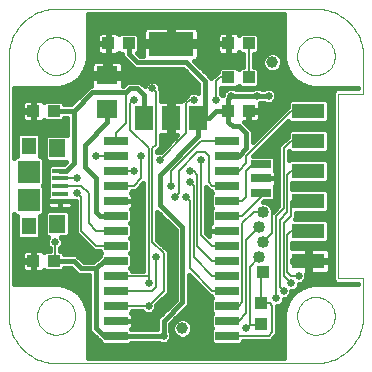
<source format=gtl>
G75*
G70*
%OFA0B0*%
%FSLAX24Y24*%
%IPPOS*%
%LPD*%
%AMOC8*
5,1,8,0,0,1.08239X$1,22.5*
%
%ADD10C,0.0000*%
%ADD11R,0.0551X0.0630*%
%ADD12R,0.0512X0.0571*%
%ADD13R,0.0748X0.0748*%
%ADD14R,0.0531X0.0157*%
%ADD15R,0.1102X0.0512*%
%ADD16R,0.0787X0.0300*%
%ADD17R,0.0400X0.0400*%
%ADD18C,0.0400*%
%ADD19R,0.0433X0.0394*%
%ADD20R,0.0710X0.0630*%
%ADD21R,0.0394X0.0433*%
%ADD22R,0.0591X0.0787*%
%ADD23R,0.1496X0.0787*%
%ADD24R,0.0669X0.0276*%
%ADD25C,0.0394*%
%ADD26C,0.0060*%
%ADD27C,0.0250*%
%ADD28C,0.0160*%
D10*
X006993Y010471D02*
X015654Y010471D01*
X015024Y012046D02*
X015026Y012096D01*
X015032Y012146D01*
X015042Y012195D01*
X015056Y012243D01*
X015073Y012290D01*
X015094Y012335D01*
X015119Y012379D01*
X015147Y012420D01*
X015179Y012459D01*
X015213Y012496D01*
X015250Y012530D01*
X015290Y012560D01*
X015332Y012587D01*
X015376Y012611D01*
X015422Y012632D01*
X015469Y012648D01*
X015517Y012661D01*
X015567Y012670D01*
X015616Y012675D01*
X015667Y012676D01*
X015717Y012673D01*
X015766Y012666D01*
X015815Y012655D01*
X015863Y012640D01*
X015909Y012622D01*
X015954Y012600D01*
X015997Y012574D01*
X016038Y012545D01*
X016077Y012513D01*
X016113Y012478D01*
X016145Y012440D01*
X016175Y012400D01*
X016202Y012357D01*
X016225Y012313D01*
X016244Y012267D01*
X016260Y012219D01*
X016272Y012170D01*
X016280Y012121D01*
X016284Y012071D01*
X016284Y012021D01*
X016280Y011971D01*
X016272Y011922D01*
X016260Y011873D01*
X016244Y011825D01*
X016225Y011779D01*
X016202Y011735D01*
X016175Y011692D01*
X016145Y011652D01*
X016113Y011614D01*
X016077Y011579D01*
X016038Y011547D01*
X015997Y011518D01*
X015954Y011492D01*
X015909Y011470D01*
X015863Y011452D01*
X015815Y011437D01*
X015766Y011426D01*
X015717Y011419D01*
X015667Y011416D01*
X015616Y011417D01*
X015567Y011422D01*
X015517Y011431D01*
X015469Y011444D01*
X015422Y011460D01*
X015376Y011481D01*
X015332Y011505D01*
X015290Y011532D01*
X015250Y011562D01*
X015213Y011596D01*
X015179Y011633D01*
X015147Y011672D01*
X015119Y011713D01*
X015094Y011757D01*
X015073Y011802D01*
X015056Y011849D01*
X015042Y011897D01*
X015032Y011946D01*
X015026Y011996D01*
X015024Y012046D01*
X015654Y010471D02*
X015731Y010473D01*
X015808Y010479D01*
X015885Y010488D01*
X015961Y010501D01*
X016037Y010518D01*
X016111Y010539D01*
X016185Y010563D01*
X016257Y010591D01*
X016327Y010622D01*
X016396Y010657D01*
X016464Y010695D01*
X016529Y010736D01*
X016592Y010781D01*
X016653Y010829D01*
X016712Y010879D01*
X016768Y010932D01*
X016821Y010988D01*
X016871Y011047D01*
X016919Y011108D01*
X016964Y011171D01*
X017005Y011236D01*
X017043Y011304D01*
X017078Y011373D01*
X017109Y011443D01*
X017137Y011515D01*
X017161Y011589D01*
X017182Y011663D01*
X017199Y011739D01*
X017212Y011815D01*
X017221Y011892D01*
X017227Y011969D01*
X017229Y012046D01*
X017229Y013305D01*
X016404Y013305D01*
X016404Y019447D01*
X017229Y019447D01*
X017229Y020707D01*
X015024Y020707D02*
X015026Y020757D01*
X015032Y020807D01*
X015042Y020856D01*
X015056Y020904D01*
X015073Y020951D01*
X015094Y020996D01*
X015119Y021040D01*
X015147Y021081D01*
X015179Y021120D01*
X015213Y021157D01*
X015250Y021191D01*
X015290Y021221D01*
X015332Y021248D01*
X015376Y021272D01*
X015422Y021293D01*
X015469Y021309D01*
X015517Y021322D01*
X015567Y021331D01*
X015616Y021336D01*
X015667Y021337D01*
X015717Y021334D01*
X015766Y021327D01*
X015815Y021316D01*
X015863Y021301D01*
X015909Y021283D01*
X015954Y021261D01*
X015997Y021235D01*
X016038Y021206D01*
X016077Y021174D01*
X016113Y021139D01*
X016145Y021101D01*
X016175Y021061D01*
X016202Y021018D01*
X016225Y020974D01*
X016244Y020928D01*
X016260Y020880D01*
X016272Y020831D01*
X016280Y020782D01*
X016284Y020732D01*
X016284Y020682D01*
X016280Y020632D01*
X016272Y020583D01*
X016260Y020534D01*
X016244Y020486D01*
X016225Y020440D01*
X016202Y020396D01*
X016175Y020353D01*
X016145Y020313D01*
X016113Y020275D01*
X016077Y020240D01*
X016038Y020208D01*
X015997Y020179D01*
X015954Y020153D01*
X015909Y020131D01*
X015863Y020113D01*
X015815Y020098D01*
X015766Y020087D01*
X015717Y020080D01*
X015667Y020077D01*
X015616Y020078D01*
X015567Y020083D01*
X015517Y020092D01*
X015469Y020105D01*
X015422Y020121D01*
X015376Y020142D01*
X015332Y020166D01*
X015290Y020193D01*
X015250Y020223D01*
X015213Y020257D01*
X015179Y020294D01*
X015147Y020333D01*
X015119Y020374D01*
X015094Y020418D01*
X015073Y020463D01*
X015056Y020510D01*
X015042Y020558D01*
X015032Y020607D01*
X015026Y020657D01*
X015024Y020707D01*
X015654Y022282D02*
X015731Y022280D01*
X015808Y022274D01*
X015885Y022265D01*
X015961Y022252D01*
X016037Y022235D01*
X016111Y022214D01*
X016185Y022190D01*
X016257Y022162D01*
X016327Y022131D01*
X016396Y022096D01*
X016464Y022058D01*
X016529Y022017D01*
X016592Y021972D01*
X016653Y021924D01*
X016712Y021874D01*
X016768Y021821D01*
X016821Y021765D01*
X016871Y021706D01*
X016919Y021645D01*
X016964Y021582D01*
X017005Y021517D01*
X017043Y021449D01*
X017078Y021380D01*
X017109Y021310D01*
X017137Y021238D01*
X017161Y021164D01*
X017182Y021090D01*
X017199Y021014D01*
X017212Y020938D01*
X017221Y020861D01*
X017227Y020784D01*
X017229Y020707D01*
X015654Y022282D02*
X006993Y022282D01*
X006363Y020707D02*
X006365Y020757D01*
X006371Y020807D01*
X006381Y020856D01*
X006395Y020904D01*
X006412Y020951D01*
X006433Y020996D01*
X006458Y021040D01*
X006486Y021081D01*
X006518Y021120D01*
X006552Y021157D01*
X006589Y021191D01*
X006629Y021221D01*
X006671Y021248D01*
X006715Y021272D01*
X006761Y021293D01*
X006808Y021309D01*
X006856Y021322D01*
X006906Y021331D01*
X006955Y021336D01*
X007006Y021337D01*
X007056Y021334D01*
X007105Y021327D01*
X007154Y021316D01*
X007202Y021301D01*
X007248Y021283D01*
X007293Y021261D01*
X007336Y021235D01*
X007377Y021206D01*
X007416Y021174D01*
X007452Y021139D01*
X007484Y021101D01*
X007514Y021061D01*
X007541Y021018D01*
X007564Y020974D01*
X007583Y020928D01*
X007599Y020880D01*
X007611Y020831D01*
X007619Y020782D01*
X007623Y020732D01*
X007623Y020682D01*
X007619Y020632D01*
X007611Y020583D01*
X007599Y020534D01*
X007583Y020486D01*
X007564Y020440D01*
X007541Y020396D01*
X007514Y020353D01*
X007484Y020313D01*
X007452Y020275D01*
X007416Y020240D01*
X007377Y020208D01*
X007336Y020179D01*
X007293Y020153D01*
X007248Y020131D01*
X007202Y020113D01*
X007154Y020098D01*
X007105Y020087D01*
X007056Y020080D01*
X007006Y020077D01*
X006955Y020078D01*
X006906Y020083D01*
X006856Y020092D01*
X006808Y020105D01*
X006761Y020121D01*
X006715Y020142D01*
X006671Y020166D01*
X006629Y020193D01*
X006589Y020223D01*
X006552Y020257D01*
X006518Y020294D01*
X006486Y020333D01*
X006458Y020374D01*
X006433Y020418D01*
X006412Y020463D01*
X006395Y020510D01*
X006381Y020558D01*
X006371Y020607D01*
X006365Y020657D01*
X006363Y020707D01*
X005418Y020707D02*
X005420Y020784D01*
X005426Y020861D01*
X005435Y020938D01*
X005448Y021014D01*
X005465Y021090D01*
X005486Y021164D01*
X005510Y021238D01*
X005538Y021310D01*
X005569Y021380D01*
X005604Y021449D01*
X005642Y021517D01*
X005683Y021582D01*
X005728Y021645D01*
X005776Y021706D01*
X005826Y021765D01*
X005879Y021821D01*
X005935Y021874D01*
X005994Y021924D01*
X006055Y021972D01*
X006118Y022017D01*
X006183Y022058D01*
X006251Y022096D01*
X006320Y022131D01*
X006390Y022162D01*
X006462Y022190D01*
X006536Y022214D01*
X006610Y022235D01*
X006686Y022252D01*
X006762Y022265D01*
X006839Y022274D01*
X006916Y022280D01*
X006993Y022282D01*
X005418Y020707D02*
X005418Y012046D01*
X006363Y012046D02*
X006365Y012096D01*
X006371Y012146D01*
X006381Y012195D01*
X006395Y012243D01*
X006412Y012290D01*
X006433Y012335D01*
X006458Y012379D01*
X006486Y012420D01*
X006518Y012459D01*
X006552Y012496D01*
X006589Y012530D01*
X006629Y012560D01*
X006671Y012587D01*
X006715Y012611D01*
X006761Y012632D01*
X006808Y012648D01*
X006856Y012661D01*
X006906Y012670D01*
X006955Y012675D01*
X007006Y012676D01*
X007056Y012673D01*
X007105Y012666D01*
X007154Y012655D01*
X007202Y012640D01*
X007248Y012622D01*
X007293Y012600D01*
X007336Y012574D01*
X007377Y012545D01*
X007416Y012513D01*
X007452Y012478D01*
X007484Y012440D01*
X007514Y012400D01*
X007541Y012357D01*
X007564Y012313D01*
X007583Y012267D01*
X007599Y012219D01*
X007611Y012170D01*
X007619Y012121D01*
X007623Y012071D01*
X007623Y012021D01*
X007619Y011971D01*
X007611Y011922D01*
X007599Y011873D01*
X007583Y011825D01*
X007564Y011779D01*
X007541Y011735D01*
X007514Y011692D01*
X007484Y011652D01*
X007452Y011614D01*
X007416Y011579D01*
X007377Y011547D01*
X007336Y011518D01*
X007293Y011492D01*
X007248Y011470D01*
X007202Y011452D01*
X007154Y011437D01*
X007105Y011426D01*
X007056Y011419D01*
X007006Y011416D01*
X006955Y011417D01*
X006906Y011422D01*
X006856Y011431D01*
X006808Y011444D01*
X006761Y011460D01*
X006715Y011481D01*
X006671Y011505D01*
X006629Y011532D01*
X006589Y011562D01*
X006552Y011596D01*
X006518Y011633D01*
X006486Y011672D01*
X006458Y011713D01*
X006433Y011757D01*
X006412Y011802D01*
X006395Y011849D01*
X006381Y011897D01*
X006371Y011946D01*
X006365Y011996D01*
X006363Y012046D01*
X005418Y012046D02*
X005420Y011969D01*
X005426Y011892D01*
X005435Y011815D01*
X005448Y011739D01*
X005465Y011663D01*
X005486Y011589D01*
X005510Y011515D01*
X005538Y011443D01*
X005569Y011373D01*
X005604Y011304D01*
X005642Y011236D01*
X005683Y011171D01*
X005728Y011108D01*
X005776Y011047D01*
X005826Y010988D01*
X005879Y010932D01*
X005935Y010879D01*
X005994Y010829D01*
X006055Y010781D01*
X006118Y010736D01*
X006183Y010695D01*
X006251Y010657D01*
X006320Y010622D01*
X006390Y010591D01*
X006462Y010563D01*
X006536Y010539D01*
X006610Y010518D01*
X006686Y010501D01*
X006762Y010488D01*
X006839Y010479D01*
X006916Y010473D01*
X006993Y010471D01*
D11*
X007038Y015116D03*
X007038Y017636D03*
D12*
X006074Y017725D03*
X006074Y015028D03*
D13*
X006074Y015904D03*
X006074Y016849D03*
D14*
X007127Y016888D03*
X007127Y016632D03*
X007127Y016376D03*
X007127Y016120D03*
X007127Y015864D03*
D15*
X015399Y015876D03*
X015399Y016876D03*
X015399Y017876D03*
X015399Y018876D03*
X015399Y014876D03*
X015399Y013876D03*
D16*
X012674Y013876D03*
X012674Y013376D03*
X012674Y012876D03*
X012674Y012376D03*
X012674Y011876D03*
X012674Y011376D03*
X012674Y014376D03*
X012674Y014876D03*
X012674Y015376D03*
X012674Y015876D03*
X012674Y016376D03*
X012674Y016876D03*
X012674Y017376D03*
X012674Y017876D03*
X008973Y017876D03*
X008973Y017376D03*
X008973Y016876D03*
X008973Y016376D03*
X008973Y015876D03*
X008973Y015376D03*
X008973Y014876D03*
X008973Y014376D03*
X008973Y013876D03*
X008973Y013376D03*
X008973Y012876D03*
X008973Y012376D03*
X008973Y011876D03*
X008973Y011376D03*
D17*
X013884Y013501D03*
D18*
X013764Y014001D03*
X013884Y014501D03*
X013764Y015001D03*
X013884Y015501D03*
D19*
X013824Y012461D03*
X013824Y011792D03*
X013408Y018876D03*
X012739Y018876D03*
X009408Y021126D03*
X008739Y021126D03*
X006908Y018876D03*
X006239Y018876D03*
X006239Y013876D03*
X006908Y013876D03*
D20*
X008699Y018941D03*
X008699Y020061D03*
D21*
X012739Y020001D03*
X013408Y020001D03*
X013408Y021126D03*
X012739Y021126D03*
D22*
X011729Y018636D03*
X010824Y018636D03*
X009918Y018636D03*
D23*
X010824Y021116D03*
D24*
X013824Y017099D03*
X013824Y016626D03*
X013824Y016154D03*
D25*
X014199Y020501D03*
X011199Y011626D03*
D26*
X010074Y012376D02*
X008973Y012376D01*
X008973Y012876D02*
X010199Y012876D01*
X010324Y013001D01*
X010324Y014001D01*
X010574Y014126D02*
X010574Y012876D01*
X010074Y012376D01*
X010074Y013126D02*
X010074Y013376D01*
X008973Y013376D01*
X008973Y014376D02*
X008324Y014376D01*
X007824Y014876D01*
X007824Y016001D01*
X007699Y016126D01*
X007824Y016376D02*
X008074Y016126D01*
X008074Y015126D01*
X008324Y014876D01*
X008973Y014876D01*
X010199Y014501D02*
X010574Y014126D01*
X010199Y014501D02*
X010199Y017626D01*
X010324Y017751D01*
X010324Y019501D01*
X010199Y019626D01*
X009574Y019251D02*
X009449Y019126D01*
X009449Y018251D01*
X010074Y017626D01*
X010074Y013376D01*
X011449Y013626D02*
X012199Y012876D01*
X012674Y012876D01*
X012674Y013376D02*
X012199Y013376D01*
X011574Y014001D01*
X011574Y016376D01*
X011449Y016501D01*
X011699Y016751D02*
X011574Y016876D01*
X011449Y016876D01*
X011699Y016751D02*
X011699Y014376D01*
X012199Y013876D01*
X012674Y013876D01*
X012674Y014376D02*
X012199Y014376D01*
X011824Y014751D01*
X011824Y017251D01*
X012074Y017376D02*
X011949Y017501D01*
X011699Y017501D01*
X011074Y016876D01*
X011074Y016126D01*
X010949Y016001D01*
X011324Y016001D02*
X011449Y015876D01*
X011449Y013626D01*
X012674Y012376D02*
X013074Y012376D01*
X013199Y012501D01*
X013199Y015126D01*
X013574Y015501D01*
X013884Y015501D01*
X013764Y015001D02*
X013324Y014561D01*
X013324Y012126D01*
X013074Y011876D01*
X012674Y011876D01*
X012674Y011376D02*
X014074Y011376D01*
X014199Y011501D01*
X014199Y012376D01*
X014114Y012461D01*
X013824Y012461D01*
X013824Y013441D01*
X013884Y013501D01*
X013449Y013686D02*
X013764Y014001D01*
X013449Y013686D02*
X013449Y011751D01*
X013783Y011751D01*
X013824Y011792D01*
X013449Y011751D02*
X013324Y011626D01*
X014324Y012626D02*
X014324Y015376D01*
X014574Y015626D01*
X014574Y017626D01*
X014824Y017876D01*
X015399Y017876D01*
X015399Y018876D02*
X014824Y018876D01*
X013324Y017376D01*
X013324Y017126D01*
X013074Y016876D01*
X012674Y016876D01*
X012674Y016376D02*
X012199Y016376D01*
X012074Y016501D01*
X012074Y017376D01*
X011824Y017876D02*
X010824Y016876D01*
X010824Y016376D01*
X010449Y017251D02*
X011324Y018126D01*
X011324Y019126D01*
X011449Y019251D01*
X011574Y019251D01*
X012324Y019251D02*
X012324Y019876D01*
X012449Y020001D01*
X012739Y020001D01*
X013408Y020001D02*
X013408Y021126D01*
X012674Y017876D02*
X011824Y017876D01*
X013324Y016876D02*
X013546Y017099D01*
X013824Y017099D01*
X013824Y016626D02*
X014449Y016626D01*
X014449Y017251D01*
X014074Y017626D01*
X014824Y016876D02*
X014699Y016751D01*
X014699Y015501D01*
X014449Y015251D01*
X014449Y013001D01*
X014574Y012876D01*
X014824Y013126D02*
X014574Y013376D01*
X014574Y015126D01*
X014824Y015376D01*
X014824Y015876D01*
X015399Y015876D01*
X014449Y015751D02*
X014449Y016626D01*
X014824Y016876D02*
X015399Y016876D01*
X014449Y015751D02*
X014199Y015501D01*
X014199Y014816D01*
X013884Y014501D01*
X014699Y014751D02*
X014699Y013501D01*
X014824Y013376D01*
X015074Y013376D01*
X014699Y014751D02*
X014824Y014876D01*
X015399Y014876D01*
X013824Y016001D02*
X013824Y016154D01*
X013824Y016001D02*
X013199Y015376D01*
X012674Y015376D01*
X012674Y015876D02*
X013199Y015876D01*
X013324Y016001D01*
X013324Y016876D01*
X009824Y016626D02*
X009574Y016376D01*
X008973Y016376D01*
X008973Y016876D02*
X009574Y016876D01*
X009824Y016626D02*
X009824Y017376D01*
X008973Y017376D02*
X008324Y017376D01*
X008973Y017876D02*
X008973Y018126D01*
X009324Y018477D01*
X009324Y019501D01*
X007699Y016626D02*
X007133Y016626D01*
X007127Y016632D01*
X007127Y016376D02*
X007824Y016376D01*
X006949Y014501D02*
X006948Y014500D01*
X006948Y013876D01*
X006908Y013876D01*
D27*
X006949Y014501D03*
X007324Y014501D03*
X008074Y014001D03*
X009824Y013751D03*
X010324Y014001D03*
X010824Y013501D03*
X010074Y013126D03*
X010074Y012376D03*
X010574Y011376D03*
X010574Y010876D03*
X010074Y010876D03*
X009574Y010876D03*
X009074Y010876D03*
X008574Y010876D03*
X011074Y010876D03*
X011574Y010876D03*
X012074Y010876D03*
X012574Y010876D03*
X013074Y010876D03*
X013574Y010876D03*
X014074Y010876D03*
X013324Y011626D03*
X014324Y012626D03*
X014574Y012876D03*
X014824Y013126D03*
X015074Y013376D03*
X012074Y016126D03*
X011449Y016501D03*
X011449Y016876D03*
X011824Y017251D03*
X010824Y016376D03*
X010949Y016001D03*
X011324Y016001D03*
X010449Y017251D03*
X009824Y017376D03*
X009574Y016876D03*
X008324Y017376D03*
X007699Y016626D03*
X007699Y016126D03*
X009574Y019251D03*
X010199Y019626D03*
X010199Y020126D03*
X011574Y019251D03*
X012324Y019251D03*
X012824Y019376D03*
X013699Y019376D03*
X014074Y019376D03*
X014074Y017626D03*
X014074Y021876D03*
X013574Y021876D03*
X013074Y021876D03*
X012574Y021876D03*
X012074Y021876D03*
X011574Y021876D03*
X011074Y021876D03*
X010574Y021876D03*
X010074Y021876D03*
X009574Y021876D03*
X009074Y021876D03*
X008574Y021876D03*
D28*
X008499Y021503D02*
X008453Y021491D01*
X008412Y021467D01*
X008378Y021434D01*
X008355Y021393D01*
X008342Y021347D01*
X008342Y021145D01*
X008721Y021145D01*
X008721Y021503D01*
X008499Y021503D01*
X008419Y021471D02*
X008057Y021471D01*
X008057Y021313D02*
X008342Y021313D01*
X008342Y021154D02*
X008057Y021154D01*
X008057Y020996D02*
X008342Y020996D01*
X008342Y020906D02*
X008355Y020860D01*
X008378Y020819D01*
X008412Y020785D01*
X008453Y020762D01*
X008499Y020749D01*
X008721Y020749D01*
X008721Y021108D01*
X008757Y021108D01*
X008757Y020749D01*
X008979Y020749D01*
X009025Y020762D01*
X009066Y020785D01*
X009100Y020819D01*
X009101Y020822D01*
X009134Y020789D01*
X009188Y020789D01*
X009188Y020700D01*
X009317Y020572D01*
X009607Y020281D01*
X011232Y020281D01*
X011729Y019785D01*
X011729Y019471D01*
X011724Y019476D01*
X011626Y019516D01*
X011521Y019516D01*
X011424Y019476D01*
X011349Y019401D01*
X011342Y019385D01*
X011279Y019322D01*
X011253Y019296D01*
X011162Y019205D01*
X011143Y019210D01*
X010891Y019210D01*
X010891Y018704D01*
X010756Y018704D01*
X010756Y019210D01*
X010505Y019210D01*
X010494Y019207D01*
X010494Y019572D01*
X010464Y019602D01*
X010464Y019679D01*
X010423Y019776D01*
X010349Y019851D01*
X010251Y019891D01*
X010146Y019891D01*
X010049Y019851D01*
X009974Y019776D01*
X009940Y019696D01*
X009790Y019846D01*
X009357Y019846D01*
X009233Y019722D01*
X009234Y019722D01*
X009234Y019984D01*
X008776Y019984D01*
X008776Y020139D01*
X008621Y020139D01*
X008621Y020556D01*
X008320Y020556D01*
X008274Y020544D01*
X008233Y020520D01*
X008200Y020487D01*
X008176Y020446D01*
X008164Y020400D01*
X008164Y020139D01*
X008621Y020139D01*
X008621Y019984D01*
X008164Y019984D01*
X008164Y019722D01*
X008164Y019721D01*
X008107Y019721D01*
X007979Y019592D01*
X007482Y019096D01*
X007265Y019096D01*
X007265Y019131D01*
X007183Y019213D01*
X006634Y019213D01*
X006601Y019181D01*
X006600Y019184D01*
X006566Y019217D01*
X006525Y019241D01*
X006479Y019253D01*
X006257Y019253D01*
X006257Y018895D01*
X006221Y018895D01*
X006221Y019253D01*
X005999Y019253D01*
X005953Y019241D01*
X005912Y019217D01*
X005878Y019184D01*
X005855Y019143D01*
X005842Y019097D01*
X005842Y018895D01*
X006221Y018895D01*
X006221Y018858D01*
X006257Y018858D01*
X006257Y018499D01*
X006479Y018499D01*
X006525Y018512D01*
X006566Y018535D01*
X006600Y018569D01*
X006601Y018572D01*
X006634Y018539D01*
X007183Y018539D01*
X007265Y018621D01*
X007265Y018656D01*
X007354Y018656D01*
X007354Y018091D01*
X006705Y018091D01*
X006623Y018009D01*
X006623Y017263D01*
X006705Y017181D01*
X007317Y017181D01*
X007244Y017108D01*
X007036Y017108D01*
X007034Y017107D01*
X006803Y017107D01*
X006721Y017025D01*
X006721Y016058D01*
X006717Y016054D01*
X006693Y016013D01*
X006681Y015967D01*
X006681Y015864D01*
X006681Y015762D01*
X006693Y015716D01*
X006717Y015675D01*
X006751Y015642D01*
X006792Y015618D01*
X006837Y015606D01*
X007127Y015606D01*
X007416Y015606D01*
X007462Y015618D01*
X007503Y015642D01*
X007537Y015675D01*
X007560Y015716D01*
X007573Y015762D01*
X007573Y015864D01*
X007127Y015864D01*
X007127Y015606D01*
X007127Y015864D01*
X007127Y015864D01*
X007127Y015864D01*
X007573Y015864D01*
X007573Y015892D01*
X007646Y015861D01*
X007654Y015861D01*
X007654Y014806D01*
X008154Y014306D01*
X008253Y014206D01*
X008440Y014206D01*
X008440Y014168D01*
X008482Y014126D01*
X008440Y014084D01*
X008440Y014053D01*
X008232Y013846D01*
X007915Y013846D01*
X007665Y014096D01*
X007265Y014096D01*
X007265Y014131D01*
X007183Y014213D01*
X007118Y014213D01*
X007118Y014296D01*
X007173Y014351D01*
X007214Y014449D01*
X007214Y014554D01*
X007173Y014651D01*
X007163Y014661D01*
X007372Y014661D01*
X007454Y014743D01*
X007454Y015489D01*
X007372Y015571D01*
X006705Y015571D01*
X006623Y015489D01*
X006623Y014743D01*
X006705Y014661D01*
X006734Y014661D01*
X006724Y014651D01*
X006684Y014554D01*
X006684Y014449D01*
X006724Y014351D01*
X006778Y014297D01*
X006778Y014213D01*
X006634Y014213D01*
X006601Y014181D01*
X006600Y014184D01*
X006566Y014217D01*
X006525Y014241D01*
X006479Y014253D01*
X006257Y014253D01*
X006257Y013895D01*
X006221Y013895D01*
X006221Y014253D01*
X005999Y014253D01*
X005953Y014241D01*
X005912Y014217D01*
X005878Y014184D01*
X005855Y014143D01*
X005842Y014097D01*
X005842Y013895D01*
X006221Y013895D01*
X006221Y013858D01*
X006257Y013858D01*
X006257Y013499D01*
X006479Y013499D01*
X006525Y013512D01*
X006566Y013535D01*
X006600Y013569D01*
X006601Y013572D01*
X006634Y013539D01*
X007183Y013539D01*
X007265Y013621D01*
X007265Y013656D01*
X007482Y013656D01*
X007604Y013535D01*
X007732Y013406D01*
X008104Y013406D01*
X008104Y011535D01*
X008354Y011285D01*
X008440Y011199D01*
X008440Y011168D01*
X008522Y011086D01*
X009425Y011086D01*
X009495Y011156D01*
X010419Y011156D01*
X010424Y011152D01*
X010521Y011111D01*
X010626Y011111D01*
X010724Y011152D01*
X010798Y011226D01*
X010839Y011324D01*
X010839Y011429D01*
X010798Y011526D01*
X010794Y011531D01*
X010794Y011785D01*
X011290Y012281D01*
X011419Y012410D01*
X011419Y013416D01*
X012029Y012806D01*
X012128Y012706D01*
X012140Y012706D01*
X012140Y012668D01*
X012182Y012626D01*
X012140Y012584D01*
X012140Y012168D01*
X012182Y012126D01*
X012140Y012084D01*
X012140Y011668D01*
X012182Y011626D01*
X012140Y011584D01*
X012140Y011168D01*
X012222Y011086D01*
X013126Y011086D01*
X013208Y011168D01*
X013208Y011206D01*
X014144Y011206D01*
X014269Y011331D01*
X014369Y011431D01*
X014369Y012361D01*
X014376Y012361D01*
X014474Y012402D01*
X014548Y012476D01*
X014589Y012574D01*
X014589Y012611D01*
X014626Y012611D01*
X014724Y012652D01*
X014798Y012726D01*
X014839Y012824D01*
X014839Y012861D01*
X014876Y012861D01*
X014974Y012902D01*
X015048Y012976D01*
X015089Y013074D01*
X015089Y013111D01*
X015126Y013111D01*
X015224Y013152D01*
X015298Y013226D01*
X015339Y013324D01*
X015339Y013429D01*
X015334Y013440D01*
X015351Y013440D01*
X015351Y013828D01*
X014869Y013828D01*
X014869Y013924D01*
X015351Y013924D01*
X015351Y013828D01*
X015447Y013828D01*
X015447Y013440D01*
X015974Y013440D01*
X016020Y013453D01*
X016061Y013476D01*
X016095Y013510D01*
X016118Y013551D01*
X016131Y013597D01*
X016131Y013828D01*
X015447Y013828D01*
X015447Y013924D01*
X015351Y013924D01*
X015351Y014312D01*
X014869Y014312D01*
X014869Y014480D01*
X016009Y014480D01*
X016091Y014562D01*
X016091Y015190D01*
X016009Y015272D01*
X014960Y015272D01*
X014994Y015306D01*
X014994Y015480D01*
X016009Y015480D01*
X016091Y015562D01*
X016091Y016190D01*
X016009Y016272D01*
X014869Y016272D01*
X014869Y016480D01*
X016009Y016480D01*
X016091Y016562D01*
X016091Y017190D01*
X016009Y017272D01*
X014790Y017272D01*
X014744Y017226D01*
X014744Y017527D01*
X014790Y017480D01*
X016009Y017480D01*
X016091Y017562D01*
X016091Y018190D01*
X016009Y018272D01*
X014790Y018272D01*
X014708Y018190D01*
X014708Y018001D01*
X014503Y017796D01*
X014404Y017697D01*
X014404Y015697D01*
X014253Y015546D01*
X014224Y015517D01*
X014224Y015569D01*
X014172Y015694D01*
X014076Y015789D01*
X013951Y015841D01*
X013904Y015841D01*
X013939Y015876D01*
X014216Y015876D01*
X014298Y015958D01*
X014298Y016350D01*
X014286Y016362D01*
X014302Y016378D01*
X014326Y016419D01*
X014338Y016465D01*
X014338Y016626D01*
X013824Y016626D01*
X013824Y016626D01*
X014338Y016626D01*
X014338Y016788D01*
X014326Y016834D01*
X014302Y016875D01*
X014404Y016875D01*
X014302Y016875D02*
X014286Y016891D01*
X014298Y016903D01*
X014298Y017294D01*
X014216Y017376D01*
X013564Y017376D01*
X014729Y018541D01*
X014790Y018480D01*
X016009Y018480D01*
X016091Y018562D01*
X016091Y019190D01*
X016009Y019272D01*
X014790Y019272D01*
X014708Y019190D01*
X014708Y019001D01*
X014654Y018947D01*
X013544Y017837D01*
X013544Y018217D01*
X013294Y018467D01*
X013262Y018499D01*
X013390Y018499D01*
X013390Y018858D01*
X013427Y018858D01*
X013427Y018895D01*
X013805Y018895D01*
X013805Y019097D01*
X013796Y019130D01*
X013849Y019152D01*
X013853Y019156D01*
X013919Y019156D01*
X013924Y019152D01*
X014021Y019111D01*
X014126Y019111D01*
X014224Y019152D01*
X014298Y019226D01*
X014339Y019324D01*
X014339Y019429D01*
X014298Y019526D01*
X014224Y019601D01*
X014126Y019641D01*
X014021Y019641D01*
X013924Y019601D01*
X013919Y019596D01*
X013853Y019596D01*
X013849Y019601D01*
X013751Y019641D01*
X013646Y019641D01*
X013549Y019601D01*
X013544Y019596D01*
X012978Y019596D01*
X012974Y019601D01*
X012876Y019641D01*
X012771Y019641D01*
X012674Y019601D01*
X012599Y019526D01*
X012559Y019429D01*
X012559Y019422D01*
X012543Y019407D01*
X012494Y019456D01*
X012494Y019645D01*
X012994Y019645D01*
X013074Y019725D01*
X013153Y019645D01*
X013663Y019645D01*
X013745Y019727D01*
X013745Y020276D01*
X013663Y020358D01*
X013578Y020358D01*
X013578Y020770D01*
X013663Y020770D01*
X013745Y020852D01*
X013745Y021401D01*
X013663Y021483D01*
X013153Y021483D01*
X013096Y021425D01*
X013080Y021453D01*
X013046Y021487D01*
X013005Y021511D01*
X012960Y021523D01*
X012757Y021523D01*
X012757Y021145D01*
X012721Y021145D01*
X012721Y021523D01*
X012518Y021523D01*
X012473Y021511D01*
X012432Y021487D01*
X012398Y021453D01*
X012374Y021412D01*
X012362Y021366D01*
X012362Y021145D01*
X012721Y021145D01*
X012721Y021108D01*
X012757Y021108D01*
X012757Y020730D01*
X012960Y020730D01*
X013005Y020742D01*
X013046Y020766D01*
X013080Y020799D01*
X013096Y020827D01*
X013153Y020770D01*
X013238Y020770D01*
X013238Y020358D01*
X013153Y020358D01*
X013074Y020278D01*
X012994Y020358D01*
X012484Y020358D01*
X012402Y020276D01*
X012402Y020171D01*
X012378Y020171D01*
X012279Y020072D01*
X012169Y019962D01*
X012169Y019967D01*
X012040Y020096D01*
X011593Y020543D01*
X011595Y020543D01*
X011641Y020555D01*
X011682Y020579D01*
X011716Y020612D01*
X011739Y020653D01*
X011752Y020699D01*
X011752Y021036D01*
X010904Y021036D01*
X010904Y021196D01*
X011752Y021196D01*
X011752Y021534D01*
X011739Y021580D01*
X011716Y021621D01*
X011682Y021654D01*
X011641Y021678D01*
X011595Y021690D01*
X010904Y021690D01*
X010904Y021196D01*
X010744Y021196D01*
X010744Y021036D01*
X009896Y021036D01*
X009896Y020721D01*
X009790Y020721D01*
X009702Y020809D01*
X009765Y020871D01*
X009765Y021381D01*
X009683Y021463D01*
X009134Y021463D01*
X009101Y021431D01*
X009100Y021434D01*
X009066Y021467D01*
X009025Y021491D01*
X008979Y021503D01*
X008757Y021503D01*
X008757Y021145D01*
X008721Y021145D01*
X008721Y021108D01*
X008342Y021108D01*
X008342Y020906D01*
X008368Y020837D02*
X008057Y020837D01*
X008057Y020737D02*
X008057Y022102D01*
X014590Y022102D01*
X014590Y020737D01*
X014588Y020734D01*
X014590Y020704D01*
X014590Y020674D01*
X014592Y020671D01*
X014598Y020588D01*
X014595Y020582D01*
X014601Y020555D01*
X014603Y020528D01*
X014608Y020524D01*
X014626Y020439D01*
X014623Y020433D01*
X014633Y020407D01*
X014639Y020380D01*
X014644Y020377D01*
X014675Y020295D01*
X014673Y020289D01*
X014686Y020265D01*
X014696Y020239D01*
X014702Y020236D01*
X014743Y020160D01*
X014742Y020153D01*
X014759Y020131D01*
X014772Y020107D01*
X014778Y020106D01*
X014830Y020036D01*
X014830Y020029D01*
X014850Y020010D01*
X014866Y019988D01*
X014873Y019987D01*
X014934Y019925D01*
X014935Y019919D01*
X014957Y019902D01*
X014977Y019883D01*
X014983Y019883D01*
X015053Y019831D01*
X015055Y019825D01*
X015079Y019811D01*
X015101Y019795D01*
X015107Y019796D01*
X015184Y019754D01*
X015186Y019748D01*
X015212Y019739D01*
X015236Y019726D01*
X015242Y019727D01*
X015324Y019697D01*
X015328Y019691D01*
X015354Y019686D01*
X015380Y019676D01*
X015386Y019679D01*
X015471Y019660D01*
X015475Y019655D01*
X015503Y019653D01*
X015530Y019648D01*
X015535Y019651D01*
X015619Y019645D01*
X015621Y019643D01*
X015651Y019643D01*
X015682Y019641D01*
X015684Y019643D01*
X017049Y019643D01*
X017049Y019627D01*
X016330Y019627D01*
X016224Y019522D01*
X016224Y013231D01*
X016330Y013125D01*
X017049Y013125D01*
X017049Y013110D01*
X015684Y013110D01*
X015682Y013112D01*
X015651Y013110D01*
X015621Y013110D01*
X015619Y013107D01*
X015535Y013101D01*
X015530Y013105D01*
X015503Y013099D01*
X015475Y013097D01*
X015471Y013092D01*
X015386Y013074D01*
X015380Y013076D01*
X015354Y013067D01*
X015328Y013061D01*
X015324Y013056D01*
X015242Y013025D01*
X015236Y013027D01*
X015212Y013014D01*
X015186Y013004D01*
X015184Y012998D01*
X015107Y012957D01*
X015101Y012957D01*
X015079Y012941D01*
X015055Y012928D01*
X015053Y012922D01*
X014983Y012869D01*
X014977Y012869D01*
X014957Y012850D01*
X014935Y012834D01*
X014934Y012827D01*
X014873Y012765D01*
X014866Y012765D01*
X014850Y012743D01*
X014830Y012723D01*
X014830Y012717D01*
X014778Y012647D01*
X014772Y012645D01*
X014759Y012621D01*
X014742Y012599D01*
X014743Y012593D01*
X014702Y012516D01*
X014696Y012513D01*
X014686Y012488D01*
X014673Y012464D01*
X014675Y012457D01*
X014644Y012376D01*
X014639Y012372D01*
X014633Y012345D01*
X014623Y012320D01*
X014626Y012314D01*
X014608Y012229D01*
X014603Y012224D01*
X014601Y012197D01*
X014595Y012170D01*
X014598Y012165D01*
X014592Y012081D01*
X014590Y012079D01*
X014590Y012048D01*
X014588Y012018D01*
X014590Y012016D01*
X014590Y010651D01*
X008057Y010651D01*
X008057Y012016D01*
X008059Y012018D01*
X008057Y012048D01*
X008057Y012079D01*
X008055Y012081D01*
X008049Y012165D01*
X008052Y012170D01*
X008047Y012197D01*
X008045Y012224D01*
X008040Y012229D01*
X008021Y012314D01*
X008024Y012320D01*
X008014Y012345D01*
X008008Y012372D01*
X008003Y012376D01*
X007972Y012457D01*
X007974Y012464D01*
X007961Y012488D01*
X007952Y012513D01*
X007946Y012516D01*
X007904Y012593D01*
X007905Y012599D01*
X007888Y012621D01*
X007875Y012645D01*
X007869Y012647D01*
X007817Y012717D01*
X007817Y012723D01*
X007797Y012743D01*
X007781Y012765D01*
X007775Y012765D01*
X007713Y012827D01*
X007712Y012834D01*
X007690Y012850D01*
X007671Y012869D01*
X007664Y012869D01*
X007594Y012922D01*
X007592Y012928D01*
X007568Y012941D01*
X007546Y012957D01*
X007540Y012957D01*
X007463Y012998D01*
X007461Y013004D01*
X007435Y013014D01*
X007411Y013027D01*
X007405Y013025D01*
X007323Y013056D01*
X007320Y013061D01*
X007293Y013067D01*
X007267Y013076D01*
X007261Y013074D01*
X007176Y013092D01*
X007172Y013097D01*
X007144Y013099D01*
X007118Y013105D01*
X007112Y013101D01*
X007028Y013107D01*
X007026Y013110D01*
X006996Y013110D01*
X006966Y013112D01*
X006963Y013110D01*
X005598Y013110D01*
X005598Y015433D01*
X005642Y015390D01*
X005696Y015390D01*
X005678Y015371D01*
X005678Y014684D01*
X005760Y014602D01*
X006388Y014602D01*
X006470Y014684D01*
X006470Y015371D01*
X006451Y015390D01*
X006506Y015390D01*
X006588Y015472D01*
X006588Y016336D01*
X006547Y016376D01*
X006588Y016417D01*
X006588Y017281D01*
X006506Y017363D01*
X006451Y017363D01*
X006470Y017381D01*
X006470Y018068D01*
X006388Y018150D01*
X005760Y018150D01*
X005678Y018068D01*
X005678Y017381D01*
X005696Y017363D01*
X005642Y017363D01*
X005598Y017319D01*
X005598Y019643D01*
X006963Y019643D01*
X006966Y019641D01*
X006996Y019643D01*
X007026Y019643D01*
X007028Y019645D01*
X007112Y019651D01*
X007118Y019648D01*
X007144Y019653D01*
X007172Y019655D01*
X007176Y019660D01*
X007261Y019679D01*
X007267Y019676D01*
X007293Y019686D01*
X007320Y019691D01*
X007323Y019697D01*
X007405Y019727D01*
X007411Y019726D01*
X007435Y019739D01*
X007461Y019748D01*
X007463Y019754D01*
X007540Y019796D01*
X007546Y019795D01*
X007568Y019811D01*
X007592Y019825D01*
X007594Y019831D01*
X007664Y019883D01*
X007671Y019883D01*
X007690Y019902D01*
X007712Y019919D01*
X007713Y019925D01*
X007775Y019987D01*
X007781Y019988D01*
X007797Y020010D01*
X007817Y020029D01*
X007817Y020036D01*
X007869Y020106D01*
X007875Y020107D01*
X007888Y020131D01*
X007905Y020153D01*
X007904Y020160D01*
X007946Y020236D01*
X007952Y020239D01*
X007961Y020265D01*
X007974Y020289D01*
X007972Y020295D01*
X008003Y020377D01*
X008008Y020380D01*
X008014Y020407D01*
X008024Y020433D01*
X008021Y020439D01*
X008040Y020524D01*
X008045Y020528D01*
X008047Y020555D01*
X008052Y020582D01*
X008049Y020588D01*
X008055Y020671D01*
X008057Y020674D01*
X008057Y020704D01*
X008059Y020734D01*
X008057Y020737D01*
X008057Y020679D02*
X009210Y020679D01*
X009123Y020544D02*
X009077Y020556D01*
X008776Y020556D01*
X008776Y020139D01*
X009234Y020139D01*
X009234Y020400D01*
X009221Y020446D01*
X009198Y020487D01*
X009164Y020520D01*
X009123Y020544D01*
X009164Y020520D02*
X009368Y020520D01*
X009234Y020362D02*
X009527Y020362D01*
X009699Y020501D02*
X009408Y020792D01*
X009408Y021126D01*
X009765Y021154D02*
X010744Y021154D01*
X010744Y021196D02*
X009896Y021196D01*
X009896Y021534D01*
X009908Y021580D01*
X009932Y021621D01*
X009965Y021654D01*
X010006Y021678D01*
X010052Y021690D01*
X010744Y021690D01*
X010744Y021196D01*
X010744Y021313D02*
X010904Y021313D01*
X010904Y021471D02*
X010744Y021471D01*
X010744Y021630D02*
X010904Y021630D01*
X010904Y021154D02*
X012362Y021154D01*
X012362Y021108D02*
X012362Y020886D01*
X012374Y020840D01*
X012398Y020799D01*
X012432Y020766D01*
X012473Y020742D01*
X012518Y020730D01*
X012721Y020730D01*
X012721Y021108D01*
X012362Y021108D01*
X012362Y020996D02*
X011752Y020996D01*
X011752Y020837D02*
X012376Y020837D01*
X012362Y021313D02*
X011752Y021313D01*
X011752Y021471D02*
X012416Y021471D01*
X012721Y021471D02*
X012757Y021471D01*
X012757Y021313D02*
X012721Y021313D01*
X012721Y021154D02*
X012757Y021154D01*
X012757Y020996D02*
X012721Y020996D01*
X012721Y020837D02*
X012757Y020837D01*
X013238Y020679D02*
X011746Y020679D01*
X011616Y020520D02*
X013238Y020520D01*
X013238Y020362D02*
X011774Y020362D01*
X011933Y020203D02*
X012402Y020203D01*
X012252Y020045D02*
X012091Y020045D01*
X012040Y020096D02*
X012040Y020096D01*
X011949Y019876D02*
X011949Y018636D01*
X011729Y018636D01*
X011729Y018032D01*
X010449Y016751D01*
X010449Y015751D01*
X011199Y015001D01*
X011199Y012501D01*
X010574Y011876D01*
X010574Y011376D01*
X008973Y011376D01*
X008574Y011376D01*
X008324Y011626D01*
X008324Y013626D01*
X008574Y013876D01*
X008973Y013876D01*
X009507Y013863D02*
X009904Y013863D01*
X009824Y013751D02*
X009824Y015626D01*
X009574Y015876D01*
X008973Y015876D01*
X008973Y015876D01*
X009547Y015876D01*
X009547Y015703D01*
X009535Y015657D01*
X009511Y015616D01*
X009493Y015598D01*
X009507Y015584D01*
X009507Y015168D01*
X009465Y015126D01*
X009507Y015084D01*
X009507Y014668D01*
X009465Y014626D01*
X009507Y014584D01*
X009507Y014168D01*
X009465Y014126D01*
X009507Y014084D01*
X009507Y013668D01*
X009465Y013626D01*
X009507Y013584D01*
X009507Y013546D01*
X009904Y013546D01*
X009904Y016466D01*
X009744Y016306D01*
X009644Y016206D01*
X009507Y016206D01*
X009507Y016168D01*
X009493Y016155D01*
X009511Y016137D01*
X009535Y016096D01*
X009547Y016050D01*
X009547Y015876D01*
X008973Y015876D01*
X008973Y015376D02*
X008449Y015376D01*
X008324Y015501D01*
X008324Y016626D01*
X007949Y017001D01*
X007949Y017751D01*
X008699Y018501D01*
X008699Y018941D01*
X008199Y019501D02*
X009324Y019501D01*
X009449Y019626D01*
X009699Y019626D01*
X009918Y019407D01*
X009918Y018636D01*
X010494Y018065D02*
X010505Y018062D01*
X010756Y018062D01*
X010756Y018568D01*
X010891Y018568D01*
X010891Y018062D01*
X011019Y018062D01*
X010473Y017516D01*
X010396Y017516D01*
X010369Y017505D01*
X010369Y017556D01*
X010494Y017681D01*
X010494Y018065D01*
X010494Y017984D02*
X010941Y017984D01*
X010891Y018143D02*
X010756Y018143D01*
X010756Y018301D02*
X010891Y018301D01*
X010891Y018460D02*
X010756Y018460D01*
X010824Y018636D02*
X010824Y019501D01*
X010199Y020126D01*
X010263Y019886D02*
X011627Y019886D01*
X011729Y019728D02*
X010443Y019728D01*
X010494Y019569D02*
X011729Y019569D01*
X011949Y019876D02*
X011324Y020501D01*
X009699Y020501D01*
X009731Y020837D02*
X009896Y020837D01*
X009896Y020996D02*
X009765Y020996D01*
X009765Y021313D02*
X009896Y021313D01*
X009896Y021471D02*
X009059Y021471D01*
X008757Y021471D02*
X008721Y021471D01*
X008721Y021313D02*
X008757Y021313D01*
X008757Y021154D02*
X008721Y021154D01*
X008721Y020996D02*
X008757Y020996D01*
X008757Y020837D02*
X008721Y020837D01*
X008776Y020520D02*
X008621Y020520D01*
X008621Y020362D02*
X008776Y020362D01*
X008776Y020203D02*
X008621Y020203D01*
X008621Y020045D02*
X007823Y020045D01*
X007928Y020203D02*
X008164Y020203D01*
X008164Y020362D02*
X007997Y020362D01*
X008039Y020520D02*
X008233Y020520D01*
X008164Y019886D02*
X007674Y019886D01*
X007415Y019728D02*
X008164Y019728D01*
X008199Y019501D02*
X007574Y018876D01*
X006908Y018876D01*
X006482Y019252D02*
X007639Y019252D01*
X007797Y019411D02*
X005598Y019411D01*
X005598Y019569D02*
X007956Y019569D01*
X007574Y018876D02*
X007574Y017126D01*
X007335Y016888D01*
X007127Y016888D01*
X006721Y016875D02*
X006588Y016875D01*
X006588Y017033D02*
X006729Y017033D01*
X006694Y017192D02*
X006588Y017192D01*
X006623Y017350D02*
X006518Y017350D01*
X006470Y017509D02*
X006623Y017509D01*
X006623Y017667D02*
X006470Y017667D01*
X006470Y017826D02*
X006623Y017826D01*
X006623Y017984D02*
X006470Y017984D01*
X006395Y018143D02*
X007354Y018143D01*
X007354Y018301D02*
X005598Y018301D01*
X005598Y018143D02*
X005752Y018143D01*
X005678Y017984D02*
X005598Y017984D01*
X005598Y017826D02*
X005678Y017826D01*
X005678Y017667D02*
X005598Y017667D01*
X005598Y017509D02*
X005678Y017509D01*
X005629Y017350D02*
X005598Y017350D01*
X005598Y018460D02*
X007354Y018460D01*
X007354Y018618D02*
X007262Y018618D01*
X006257Y018618D02*
X006221Y018618D01*
X006221Y018499D02*
X006221Y018858D01*
X005842Y018858D01*
X005842Y018656D01*
X005855Y018610D01*
X005878Y018569D01*
X005912Y018535D01*
X005953Y018512D01*
X005999Y018499D01*
X006221Y018499D01*
X006221Y018777D02*
X006257Y018777D01*
X006257Y018935D02*
X006221Y018935D01*
X006221Y019094D02*
X006257Y019094D01*
X006257Y019252D02*
X006221Y019252D01*
X005996Y019252D02*
X005598Y019252D01*
X005598Y019094D02*
X005842Y019094D01*
X005842Y018935D02*
X005598Y018935D01*
X005598Y018777D02*
X005842Y018777D01*
X005852Y018618D02*
X005598Y018618D01*
X006588Y016716D02*
X006721Y016716D01*
X006721Y016558D02*
X006588Y016558D01*
X006570Y016399D02*
X006721Y016399D01*
X006721Y016241D02*
X006588Y016241D01*
X006588Y016082D02*
X006721Y016082D01*
X006681Y015924D02*
X006588Y015924D01*
X006681Y015864D02*
X007127Y015864D01*
X007460Y015864D01*
X007574Y015751D01*
X007574Y014501D01*
X007324Y014501D01*
X007214Y014497D02*
X007962Y014497D01*
X008121Y014339D02*
X007161Y014339D01*
X007216Y014180D02*
X008440Y014180D01*
X008408Y014022D02*
X007739Y014022D01*
X007574Y013876D02*
X007824Y013626D01*
X008324Y013626D01*
X008250Y013863D02*
X007898Y013863D01*
X008074Y014001D02*
X007574Y014501D01*
X007804Y014656D02*
X007169Y014656D01*
X007454Y014814D02*
X007654Y014814D01*
X007654Y014973D02*
X007454Y014973D01*
X007454Y015131D02*
X007654Y015131D01*
X007654Y015290D02*
X007454Y015290D01*
X007454Y015448D02*
X007654Y015448D01*
X007654Y015607D02*
X007420Y015607D01*
X007573Y015765D02*
X007654Y015765D01*
X007127Y015765D02*
X007127Y015765D01*
X007127Y015864D02*
X006681Y015864D01*
X006681Y015765D02*
X006588Y015765D01*
X006588Y015607D02*
X006833Y015607D01*
X006623Y015448D02*
X006564Y015448D01*
X006623Y015290D02*
X006470Y015290D01*
X006470Y015131D02*
X006623Y015131D01*
X006623Y014973D02*
X006470Y014973D01*
X006470Y014814D02*
X006623Y014814D01*
X006728Y014656D02*
X006441Y014656D01*
X006684Y014497D02*
X005598Y014497D01*
X005598Y014339D02*
X006736Y014339D01*
X006908Y013876D02*
X007574Y013876D01*
X007592Y013546D02*
X007190Y013546D01*
X007282Y013071D02*
X008104Y013071D01*
X008104Y013229D02*
X005598Y013229D01*
X005598Y013388D02*
X008104Y013388D01*
X008104Y012912D02*
X007607Y012912D01*
X007789Y012754D02*
X008104Y012754D01*
X008104Y012595D02*
X007904Y012595D01*
X007980Y012437D02*
X008104Y012437D01*
X008104Y012278D02*
X008029Y012278D01*
X008052Y012120D02*
X008104Y012120D01*
X008104Y011961D02*
X008057Y011961D01*
X008057Y011803D02*
X008104Y011803D01*
X008104Y011644D02*
X008057Y011644D01*
X008057Y011486D02*
X008153Y011486D01*
X008057Y011327D02*
X008311Y011327D01*
X008440Y011169D02*
X008057Y011169D01*
X008057Y011010D02*
X014590Y011010D01*
X014590Y010852D02*
X008057Y010852D01*
X008057Y010693D02*
X014590Y010693D01*
X014590Y011169D02*
X013208Y011169D01*
X012140Y011169D02*
X010741Y011169D01*
X010839Y011327D02*
X011040Y011327D01*
X011008Y011341D02*
X011132Y011289D01*
X011266Y011289D01*
X011389Y011341D01*
X011484Y011435D01*
X011535Y011559D01*
X011535Y011693D01*
X011484Y011817D01*
X011389Y011912D01*
X011266Y011963D01*
X011132Y011963D01*
X011008Y011912D01*
X010913Y011817D01*
X010862Y011693D01*
X010862Y011559D01*
X010913Y011435D01*
X011008Y011341D01*
X010892Y011486D02*
X010815Y011486D01*
X010794Y011644D02*
X010862Y011644D01*
X010907Y011803D02*
X010811Y011803D01*
X010970Y011961D02*
X011127Y011961D01*
X011270Y011961D02*
X012140Y011961D01*
X012140Y011803D02*
X011490Y011803D01*
X011535Y011644D02*
X012164Y011644D01*
X012140Y011486D02*
X011505Y011486D01*
X011357Y011327D02*
X012140Y011327D01*
X012176Y012120D02*
X011128Y012120D01*
X011287Y012278D02*
X012140Y012278D01*
X012140Y012437D02*
X011419Y012437D01*
X011419Y012595D02*
X012151Y012595D01*
X012081Y012754D02*
X011419Y012754D01*
X011419Y012912D02*
X011922Y012912D01*
X011764Y013071D02*
X011419Y013071D01*
X011419Y013229D02*
X011605Y013229D01*
X011447Y013388D02*
X011419Y013388D01*
X010979Y013388D02*
X010744Y013388D01*
X010824Y013501D02*
X010824Y012626D01*
X010074Y011876D01*
X008973Y011876D01*
X008973Y011876D01*
X009547Y011876D01*
X009547Y011703D01*
X009535Y011657D01*
X009511Y011616D01*
X009493Y011598D01*
X009495Y011596D01*
X010354Y011596D01*
X010354Y011967D01*
X010979Y012592D01*
X010979Y014910D01*
X010369Y015520D01*
X010369Y014572D01*
X010644Y014296D01*
X010744Y014197D01*
X010744Y012806D01*
X010339Y012401D01*
X010339Y012324D01*
X010298Y012226D01*
X010224Y012152D01*
X010126Y012111D01*
X010021Y012111D01*
X009924Y012152D01*
X009869Y012206D01*
X009507Y012206D01*
X009507Y012168D01*
X009493Y012155D01*
X009511Y012137D01*
X009535Y012096D01*
X009547Y012050D01*
X009547Y011876D01*
X008973Y011876D01*
X009521Y012120D02*
X010000Y012120D01*
X010147Y012120D02*
X010506Y012120D01*
X010354Y011961D02*
X009547Y011961D01*
X009547Y011803D02*
X010354Y011803D01*
X010354Y011644D02*
X009527Y011644D01*
X010320Y012278D02*
X010664Y012278D01*
X010823Y012437D02*
X010375Y012437D01*
X010533Y012595D02*
X010979Y012595D01*
X010979Y012754D02*
X010692Y012754D01*
X010744Y012912D02*
X010979Y012912D01*
X010979Y013071D02*
X010744Y013071D01*
X010744Y013229D02*
X010979Y013229D01*
X010979Y013546D02*
X010744Y013546D01*
X010744Y013705D02*
X010979Y013705D01*
X010979Y013863D02*
X010744Y013863D01*
X010744Y014022D02*
X010979Y014022D01*
X010979Y014180D02*
X010744Y014180D01*
X010602Y014339D02*
X010979Y014339D01*
X010979Y014497D02*
X010443Y014497D01*
X010369Y014656D02*
X010979Y014656D01*
X010979Y014814D02*
X010369Y014814D01*
X010369Y014973D02*
X010916Y014973D01*
X010757Y015131D02*
X010369Y015131D01*
X010369Y015290D02*
X010599Y015290D01*
X010440Y015448D02*
X010369Y015448D01*
X009904Y015448D02*
X009507Y015448D01*
X009507Y015290D02*
X009904Y015290D01*
X009904Y015131D02*
X009470Y015131D01*
X009507Y014973D02*
X009904Y014973D01*
X009904Y014814D02*
X009507Y014814D01*
X009494Y014656D02*
X009904Y014656D01*
X009904Y014497D02*
X009507Y014497D01*
X009507Y014339D02*
X009904Y014339D01*
X009904Y014180D02*
X009507Y014180D01*
X009507Y014022D02*
X009904Y014022D01*
X009904Y013705D02*
X009507Y013705D01*
X009507Y013546D02*
X009904Y013546D01*
X009904Y015607D02*
X009502Y015607D01*
X009547Y015765D02*
X009904Y015765D01*
X009904Y015924D02*
X009547Y015924D01*
X009538Y016082D02*
X009904Y016082D01*
X009904Y016241D02*
X009679Y016241D01*
X009837Y016399D02*
X009904Y016399D01*
X010369Y017509D02*
X010378Y017509D01*
X010480Y017667D02*
X010624Y017667D01*
X010494Y017826D02*
X010783Y017826D01*
X010756Y018777D02*
X010891Y018777D01*
X010891Y018935D02*
X010756Y018935D01*
X010756Y019094D02*
X010891Y019094D01*
X011209Y019252D02*
X010494Y019252D01*
X010494Y019411D02*
X011358Y019411D01*
X011279Y019322D02*
X011279Y019322D01*
X011469Y020045D02*
X008776Y020045D01*
X009234Y020203D02*
X011310Y020203D01*
X010134Y019886D02*
X009234Y019886D01*
X009234Y019728D02*
X009239Y019728D01*
X009908Y019728D02*
X009954Y019728D01*
X009941Y021630D02*
X008057Y021630D01*
X008057Y021788D02*
X014590Y021788D01*
X014590Y021630D02*
X011707Y021630D01*
X013062Y021471D02*
X013142Y021471D01*
X013675Y021471D02*
X014590Y021471D01*
X014590Y021313D02*
X013745Y021313D01*
X013745Y021154D02*
X014590Y021154D01*
X014590Y020996D02*
X013745Y020996D01*
X013731Y020837D02*
X014130Y020837D01*
X014132Y020838D02*
X014008Y020787D01*
X013913Y020692D01*
X013862Y020568D01*
X013862Y020434D01*
X013913Y020310D01*
X014008Y020216D01*
X014132Y020164D01*
X014266Y020164D01*
X014389Y020216D01*
X014484Y020310D01*
X014535Y020434D01*
X014535Y020568D01*
X014484Y020692D01*
X014389Y020787D01*
X014266Y020838D01*
X014132Y020838D01*
X014268Y020837D02*
X014590Y020837D01*
X014590Y020679D02*
X014490Y020679D01*
X014535Y020520D02*
X014608Y020520D01*
X014650Y020362D02*
X014505Y020362D01*
X014359Y020203D02*
X014720Y020203D01*
X014824Y020045D02*
X013745Y020045D01*
X013745Y020203D02*
X014038Y020203D01*
X013892Y020362D02*
X013578Y020362D01*
X013578Y020520D02*
X013862Y020520D01*
X013908Y020679D02*
X013578Y020679D01*
X013745Y019886D02*
X014973Y019886D01*
X015232Y019728D02*
X013745Y019728D01*
X014074Y019376D02*
X012824Y019376D01*
X012739Y019292D01*
X012739Y018876D01*
X012739Y018523D01*
X012886Y018376D01*
X013074Y018376D01*
X013324Y018126D01*
X013324Y017626D01*
X013074Y017376D01*
X012674Y017376D01*
X013544Y017984D02*
X013691Y017984D01*
X013544Y018143D02*
X013850Y018143D01*
X014008Y018301D02*
X013460Y018301D01*
X013427Y018499D02*
X013649Y018499D01*
X013694Y018512D01*
X013735Y018535D01*
X013769Y018569D01*
X013793Y018610D01*
X013805Y018656D01*
X013805Y018858D01*
X013427Y018858D01*
X013427Y018499D01*
X013427Y018618D02*
X013390Y018618D01*
X013390Y018777D02*
X013427Y018777D01*
X013301Y018460D02*
X014167Y018460D01*
X014325Y018618D02*
X013795Y018618D01*
X013805Y018777D02*
X014484Y018777D01*
X014642Y018935D02*
X013805Y018935D01*
X013805Y019094D02*
X014708Y019094D01*
X014770Y019252D02*
X014309Y019252D01*
X014339Y019411D02*
X016224Y019411D01*
X016224Y019252D02*
X016028Y019252D01*
X016091Y019094D02*
X016224Y019094D01*
X016224Y018935D02*
X016091Y018935D01*
X016091Y018777D02*
X016224Y018777D01*
X016224Y018618D02*
X016091Y018618D01*
X016224Y018460D02*
X014648Y018460D01*
X014489Y018301D02*
X016224Y018301D01*
X016224Y018143D02*
X016091Y018143D01*
X016091Y017984D02*
X016224Y017984D01*
X016224Y017826D02*
X016091Y017826D01*
X016091Y017667D02*
X016224Y017667D01*
X016224Y017509D02*
X016037Y017509D01*
X016224Y017350D02*
X014744Y017350D01*
X014744Y017509D02*
X014762Y017509D01*
X014533Y017826D02*
X014014Y017826D01*
X014172Y017984D02*
X014691Y017984D01*
X014708Y018143D02*
X014331Y018143D01*
X014404Y017667D02*
X013855Y017667D01*
X013697Y017509D02*
X014404Y017509D01*
X014404Y017350D02*
X014242Y017350D01*
X014298Y017192D02*
X014404Y017192D01*
X014404Y017033D02*
X014298Y017033D01*
X014338Y016716D02*
X014404Y016716D01*
X014404Y016558D02*
X014338Y016558D01*
X014315Y016399D02*
X014404Y016399D01*
X014404Y016241D02*
X014298Y016241D01*
X014298Y016082D02*
X014404Y016082D01*
X014404Y015924D02*
X014264Y015924D01*
X014404Y015765D02*
X014100Y015765D01*
X014208Y015607D02*
X014314Y015607D01*
X014994Y015448D02*
X016224Y015448D01*
X016224Y015290D02*
X014978Y015290D01*
X014869Y014339D02*
X016224Y014339D01*
X016224Y014497D02*
X016025Y014497D01*
X016091Y014656D02*
X016224Y014656D01*
X016224Y014814D02*
X016091Y014814D01*
X016091Y014973D02*
X016224Y014973D01*
X016224Y015131D02*
X016091Y015131D01*
X016091Y015607D02*
X016224Y015607D01*
X016224Y015765D02*
X016091Y015765D01*
X016091Y015924D02*
X016224Y015924D01*
X016224Y016082D02*
X016091Y016082D01*
X016040Y016241D02*
X016224Y016241D01*
X016224Y016399D02*
X014869Y016399D01*
X016086Y016558D02*
X016224Y016558D01*
X016224Y016716D02*
X016091Y016716D01*
X016091Y016875D02*
X016224Y016875D01*
X016224Y017033D02*
X016091Y017033D01*
X016089Y017192D02*
X016224Y017192D01*
X016272Y019569D02*
X014255Y019569D01*
X012739Y018876D02*
X012324Y018876D01*
X012083Y018636D01*
X011729Y018636D01*
X012539Y019411D02*
X012547Y019411D01*
X012494Y019569D02*
X012642Y019569D01*
X014590Y021947D02*
X008057Y021947D01*
X011994Y016341D02*
X012003Y016331D01*
X012128Y016206D01*
X012140Y016206D01*
X012140Y016168D01*
X012182Y016126D01*
X012140Y016084D01*
X012140Y015668D01*
X012182Y015626D01*
X012140Y015584D01*
X012140Y015168D01*
X012154Y015155D01*
X012136Y015137D01*
X012113Y015096D01*
X012100Y015050D01*
X012100Y014876D01*
X012100Y014715D01*
X011994Y014822D01*
X011994Y016341D01*
X011994Y016241D02*
X012094Y016241D01*
X012074Y016126D02*
X012074Y014876D01*
X012674Y014876D01*
X012100Y014876D01*
X012674Y014876D01*
X012674Y014876D01*
X012133Y015131D02*
X011994Y015131D01*
X011994Y014973D02*
X012100Y014973D01*
X012100Y014814D02*
X012001Y014814D01*
X011994Y015290D02*
X012140Y015290D01*
X012140Y015448D02*
X011994Y015448D01*
X011994Y015607D02*
X012163Y015607D01*
X012140Y015765D02*
X011994Y015765D01*
X011994Y015924D02*
X012140Y015924D01*
X012140Y016082D02*
X011994Y016082D01*
X014869Y013863D02*
X015351Y013863D01*
X015399Y013876D02*
X015074Y013876D01*
X015351Y014022D02*
X015447Y014022D01*
X015447Y013924D02*
X015447Y014312D01*
X015974Y014312D01*
X016020Y014300D01*
X016061Y014276D01*
X016095Y014243D01*
X016118Y014202D01*
X016131Y014156D01*
X016131Y013924D01*
X015447Y013924D01*
X015447Y013863D02*
X016224Y013863D01*
X016224Y013705D02*
X016131Y013705D01*
X016116Y013546D02*
X016224Y013546D01*
X016224Y013388D02*
X015339Y013388D01*
X015351Y013546D02*
X015447Y013546D01*
X015447Y013705D02*
X015351Y013705D01*
X015300Y013229D02*
X016226Y013229D01*
X016224Y014022D02*
X016131Y014022D01*
X016124Y014180D02*
X016224Y014180D01*
X015447Y014180D02*
X015351Y014180D01*
X015365Y013071D02*
X015087Y013071D01*
X015040Y012912D02*
X014984Y012912D01*
X014858Y012754D02*
X014810Y012754D01*
X014743Y012595D02*
X014589Y012595D01*
X014667Y012437D02*
X014509Y012437D01*
X014618Y012278D02*
X014369Y012278D01*
X014369Y012120D02*
X014595Y012120D01*
X014590Y011961D02*
X014369Y011961D01*
X014369Y011803D02*
X014590Y011803D01*
X014590Y011644D02*
X014369Y011644D01*
X014369Y011486D02*
X014590Y011486D01*
X014590Y011327D02*
X014265Y011327D01*
X007127Y015607D02*
X007127Y015607D01*
X007127Y015864D02*
X007127Y015864D01*
X005678Y015290D02*
X005598Y015290D01*
X005598Y015131D02*
X005678Y015131D01*
X005678Y014973D02*
X005598Y014973D01*
X005598Y014814D02*
X005678Y014814D01*
X005706Y014656D02*
X005598Y014656D01*
X005598Y014180D02*
X005876Y014180D01*
X005842Y014022D02*
X005598Y014022D01*
X005598Y013863D02*
X006221Y013863D01*
X006221Y013858D02*
X005842Y013858D01*
X005842Y013656D01*
X005855Y013610D01*
X005878Y013569D01*
X005912Y013535D01*
X005953Y013512D01*
X005999Y013499D01*
X006221Y013499D01*
X006221Y013858D01*
X006221Y013705D02*
X006257Y013705D01*
X006257Y013546D02*
X006221Y013546D01*
X006577Y013546D02*
X006627Y013546D01*
X006257Y014022D02*
X006221Y014022D01*
X006221Y014180D02*
X006257Y014180D01*
X005842Y013705D02*
X005598Y013705D01*
X005598Y013546D02*
X005901Y013546D01*
M02*

</source>
